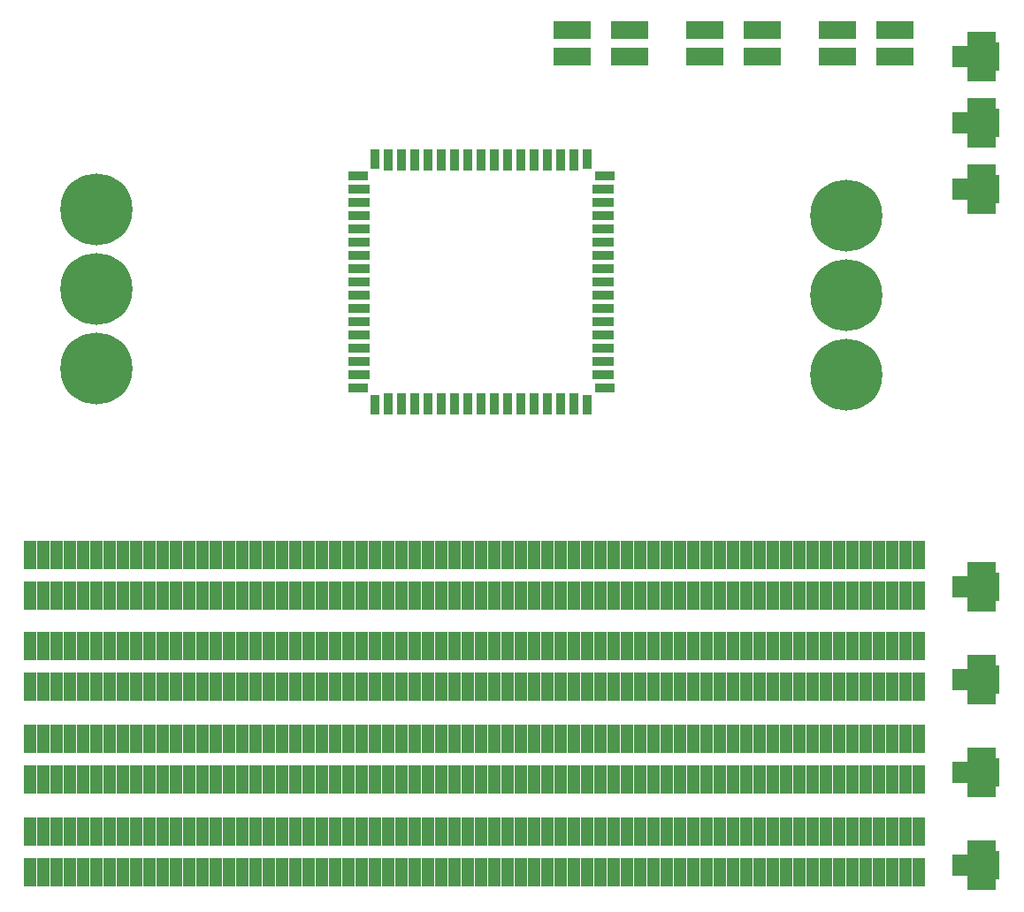
<source format=gbr>
G04 #@! TF.FileFunction,Soldermask,Top*
%FSLAX46Y46*%
G04 Gerber Fmt 4.6, Leading zero omitted, Abs format (unit mm)*
G04 Created by KiCad (PCBNEW 4.0.5) date Monday, February 26, 2018 'PMt' 12:55:55 PM*
%MOMM*%
%LPD*%
G01*
G04 APERTURE LIST*
%ADD10C,0.100000*%
%ADD11C,6.900000*%
%ADD12R,0.840000X1.840000*%
%ADD13R,0.840000X2.050000*%
%ADD14R,1.840000X0.840000*%
%ADD15R,2.050000X0.840000*%
%ADD16R,3.580000X1.670000*%
%ADD17R,2.700000X1.400000*%
%ADD18R,2.100000X2.050000*%
%ADD19R,2.700000X2.700000*%
%ADD20R,1.160000X2.800000*%
G04 APERTURE END LIST*
D10*
D11*
X163830000Y-108585000D03*
X163830000Y-100965000D03*
X163830000Y-93345000D03*
X235585000Y-109220000D03*
X235585000Y-101600000D03*
D12*
X210820000Y-88550000D03*
D13*
X209550000Y-88650000D03*
X208280000Y-88650000D03*
X207010000Y-88650000D03*
X205740000Y-88650000D03*
X204470000Y-88650000D03*
X203200000Y-88650000D03*
X201930000Y-88650000D03*
X200660000Y-88650000D03*
X199390000Y-88650000D03*
X198120000Y-88650000D03*
X196850000Y-88650000D03*
X195580000Y-88650000D03*
X194310000Y-88650000D03*
X193040000Y-88650000D03*
X191770000Y-88650000D03*
D12*
X190500000Y-88550000D03*
D14*
X188880000Y-90170000D03*
D13*
X209550000Y-112010000D03*
X208280000Y-112010000D03*
X207010000Y-112010000D03*
X205740000Y-112010000D03*
X204470000Y-112010000D03*
X203200000Y-112010000D03*
X201930000Y-112010000D03*
X200660000Y-112010000D03*
X199390000Y-112010000D03*
X198120000Y-112010000D03*
X196850000Y-112010000D03*
X195580000Y-112010000D03*
X194310000Y-112010000D03*
X193040000Y-112010000D03*
X191770000Y-112010000D03*
D12*
X190500000Y-112110000D03*
D14*
X212440000Y-90170000D03*
D15*
X212340000Y-91440000D03*
X212340000Y-92710000D03*
X212340000Y-93980000D03*
X212340000Y-95250000D03*
X212340000Y-96520000D03*
X212340000Y-97790000D03*
X212340000Y-99060000D03*
X212340000Y-100330000D03*
X212340000Y-101600000D03*
X212340000Y-102870000D03*
X212340000Y-104140000D03*
X212340000Y-105410000D03*
X212340000Y-106680000D03*
X212340000Y-107950000D03*
X212340000Y-109220000D03*
D14*
X212440000Y-110490000D03*
D15*
X188980000Y-91440000D03*
X188980000Y-92710000D03*
X188980000Y-93980000D03*
X188980000Y-95250000D03*
X188980000Y-96520000D03*
X188980000Y-97790000D03*
X188980000Y-99060000D03*
X188980000Y-100330000D03*
X188980000Y-101600000D03*
X188980000Y-102870000D03*
X188980000Y-104140000D03*
X188980000Y-105410000D03*
X188980000Y-106680000D03*
X188980000Y-107950000D03*
X188980000Y-109220000D03*
D14*
X188880000Y-110490000D03*
D12*
X210820000Y-112110000D03*
D16*
X227520000Y-76200000D03*
X227520000Y-78740000D03*
X222060000Y-76200000D03*
X222060000Y-78740000D03*
X240220000Y-76200000D03*
X240220000Y-78740000D03*
X234760000Y-76200000D03*
X234760000Y-78740000D03*
X214820000Y-76200000D03*
X214820000Y-78740000D03*
X209360000Y-76200000D03*
X209360000Y-78740000D03*
D17*
X248520000Y-131225000D03*
X248520000Y-127855000D03*
D18*
X246790000Y-129540000D03*
D19*
X248920000Y-129540000D03*
D17*
X248520000Y-140115000D03*
X248520000Y-136745000D03*
D18*
X246790000Y-138430000D03*
D19*
X248920000Y-138430000D03*
D17*
X248520000Y-149005000D03*
X248520000Y-145635000D03*
D18*
X246790000Y-147320000D03*
D19*
X248920000Y-147320000D03*
D17*
X248520000Y-157895000D03*
X248520000Y-154525000D03*
D18*
X246790000Y-156210000D03*
D19*
X248920000Y-156210000D03*
D17*
X248520000Y-93125000D03*
X248520000Y-89755000D03*
D18*
X246790000Y-91440000D03*
D19*
X248920000Y-91440000D03*
D17*
X248520000Y-80425000D03*
X248520000Y-77055000D03*
D18*
X246790000Y-78740000D03*
D19*
X248920000Y-78740000D03*
D17*
X248520000Y-86775000D03*
X248520000Y-83405000D03*
D18*
X246790000Y-85090000D03*
D19*
X248920000Y-85090000D03*
D20*
X242570000Y-126462000D03*
X242570000Y-130362000D03*
X241300000Y-126462000D03*
X241300000Y-130362000D03*
X240030000Y-126462000D03*
X240030000Y-130362000D03*
X238760000Y-126462000D03*
X238760000Y-130362000D03*
X237490000Y-126462000D03*
X237490000Y-130362000D03*
X236220000Y-126462000D03*
X236220000Y-130362000D03*
X234950000Y-126462000D03*
X234950000Y-130362000D03*
X233680000Y-126462000D03*
X233680000Y-130362000D03*
X232410000Y-126462000D03*
X232410000Y-130362000D03*
X231140000Y-126462000D03*
X231140000Y-130362000D03*
X229870000Y-126462000D03*
X229870000Y-130362000D03*
X228600000Y-126462000D03*
X228600000Y-130362000D03*
X227330000Y-126462000D03*
X227330000Y-130362000D03*
X226060000Y-126462000D03*
X226060000Y-130362000D03*
X224790000Y-126462000D03*
X224790000Y-130362000D03*
X223520000Y-126462000D03*
X223520000Y-130362000D03*
X222250000Y-126462000D03*
X222250000Y-130362000D03*
X220980000Y-126462000D03*
X220980000Y-130362000D03*
X219710000Y-126462000D03*
X219710000Y-130362000D03*
X218440000Y-126462000D03*
X218440000Y-130362000D03*
X217170000Y-126462000D03*
X217170000Y-130362000D03*
X215900000Y-126462000D03*
X215900000Y-130362000D03*
X214630000Y-126462000D03*
X214630000Y-130362000D03*
X213360000Y-126462000D03*
X213360000Y-130362000D03*
X212090000Y-126462000D03*
X212090000Y-130362000D03*
X210820000Y-126462000D03*
X210820000Y-130362000D03*
X209550000Y-126462000D03*
X209550000Y-130362000D03*
X208280000Y-126462000D03*
X208280000Y-130362000D03*
X207010000Y-126462000D03*
X207010000Y-130362000D03*
X205740000Y-126462000D03*
X205740000Y-130362000D03*
X204470000Y-126462000D03*
X204470000Y-130362000D03*
X203200000Y-126462000D03*
X203200000Y-130362000D03*
X201930000Y-126462000D03*
X201930000Y-130362000D03*
X200660000Y-126462000D03*
X200660000Y-130362000D03*
X199390000Y-126462000D03*
X199390000Y-130362000D03*
X198120000Y-126462000D03*
X198120000Y-130362000D03*
X196850000Y-126462000D03*
X196850000Y-130362000D03*
X195580000Y-126462000D03*
X195580000Y-130362000D03*
X194310000Y-126462000D03*
X194310000Y-130362000D03*
X193040000Y-126462000D03*
X193040000Y-130362000D03*
X191770000Y-126462000D03*
X191770000Y-130362000D03*
X190500000Y-126462000D03*
X190500000Y-130362000D03*
X189230000Y-126462000D03*
X189230000Y-130362000D03*
X187960000Y-126462000D03*
X187960000Y-130362000D03*
X186690000Y-126462000D03*
X186690000Y-130362000D03*
X185420000Y-126462000D03*
X185420000Y-130362000D03*
X184150000Y-126462000D03*
X184150000Y-130362000D03*
X182880000Y-126462000D03*
X182880000Y-130362000D03*
X181610000Y-126462000D03*
X181610000Y-130362000D03*
X180340000Y-126462000D03*
X180340000Y-130362000D03*
X179070000Y-126462000D03*
X179070000Y-130362000D03*
X177800000Y-126462000D03*
X177800000Y-130362000D03*
X176530000Y-126462000D03*
X176530000Y-130362000D03*
X175260000Y-126462000D03*
X175260000Y-130362000D03*
X173990000Y-126462000D03*
X173990000Y-130362000D03*
X172720000Y-126462000D03*
X172720000Y-130362000D03*
X171450000Y-126462000D03*
X171450000Y-130362000D03*
X170180000Y-126462000D03*
X170180000Y-130362000D03*
X168910000Y-126462000D03*
X168910000Y-130362000D03*
X167640000Y-126462000D03*
X167640000Y-130362000D03*
X166370000Y-126462000D03*
X166370000Y-130362000D03*
X165100000Y-126462000D03*
X165100000Y-130362000D03*
X163830000Y-126462000D03*
X163830000Y-130362000D03*
X162560000Y-126462000D03*
X162560000Y-130362000D03*
X161290000Y-126462000D03*
X161290000Y-130362000D03*
X160020000Y-126462000D03*
X160020000Y-130362000D03*
X158750000Y-126462000D03*
X158750000Y-130362000D03*
X157480000Y-126462000D03*
X157480000Y-130362000D03*
X242570000Y-135210000D03*
X242570000Y-139110000D03*
X241300000Y-135210000D03*
X241300000Y-139110000D03*
X240030000Y-135210000D03*
X240030000Y-139110000D03*
X238760000Y-135210000D03*
X238760000Y-139110000D03*
X237490000Y-135210000D03*
X237490000Y-139110000D03*
X236220000Y-135210000D03*
X236220000Y-139110000D03*
X234950000Y-135210000D03*
X234950000Y-139110000D03*
X233680000Y-135210000D03*
X233680000Y-139110000D03*
X232410000Y-135210000D03*
X232410000Y-139110000D03*
X231140000Y-135210000D03*
X231140000Y-139110000D03*
X229870000Y-135210000D03*
X229870000Y-139110000D03*
X228600000Y-135210000D03*
X228600000Y-139110000D03*
X227330000Y-135210000D03*
X227330000Y-139110000D03*
X226060000Y-135210000D03*
X226060000Y-139110000D03*
X224790000Y-135210000D03*
X224790000Y-139110000D03*
X223520000Y-135210000D03*
X223520000Y-139110000D03*
X222250000Y-135210000D03*
X222250000Y-139110000D03*
X220980000Y-135210000D03*
X220980000Y-139110000D03*
X219710000Y-135210000D03*
X219710000Y-139110000D03*
X218440000Y-135210000D03*
X218440000Y-139110000D03*
X217170000Y-135210000D03*
X217170000Y-139110000D03*
X215900000Y-135210000D03*
X215900000Y-139110000D03*
X214630000Y-135210000D03*
X214630000Y-139110000D03*
X213360000Y-135210000D03*
X213360000Y-139110000D03*
X212090000Y-135210000D03*
X212090000Y-139110000D03*
X210820000Y-135210000D03*
X210820000Y-139110000D03*
X209550000Y-135210000D03*
X209550000Y-139110000D03*
X208280000Y-135210000D03*
X208280000Y-139110000D03*
X207010000Y-135210000D03*
X207010000Y-139110000D03*
X205740000Y-135210000D03*
X205740000Y-139110000D03*
X204470000Y-135210000D03*
X204470000Y-139110000D03*
X203200000Y-135210000D03*
X203200000Y-139110000D03*
X201930000Y-135210000D03*
X201930000Y-139110000D03*
X200660000Y-135210000D03*
X200660000Y-139110000D03*
X199390000Y-135210000D03*
X199390000Y-139110000D03*
X198120000Y-135210000D03*
X198120000Y-139110000D03*
X196850000Y-135210000D03*
X196850000Y-139110000D03*
X195580000Y-135210000D03*
X195580000Y-139110000D03*
X194310000Y-135210000D03*
X194310000Y-139110000D03*
X193040000Y-135210000D03*
X193040000Y-139110000D03*
X191770000Y-135210000D03*
X191770000Y-139110000D03*
X190500000Y-135210000D03*
X190500000Y-139110000D03*
X189230000Y-135210000D03*
X189230000Y-139110000D03*
X187960000Y-135210000D03*
X187960000Y-139110000D03*
X186690000Y-135210000D03*
X186690000Y-139110000D03*
X185420000Y-135210000D03*
X185420000Y-139110000D03*
X184150000Y-135210000D03*
X184150000Y-139110000D03*
X182880000Y-135210000D03*
X182880000Y-139110000D03*
X181610000Y-135210000D03*
X181610000Y-139110000D03*
X180340000Y-135210000D03*
X180340000Y-139110000D03*
X179070000Y-135210000D03*
X179070000Y-139110000D03*
X177800000Y-135210000D03*
X177800000Y-139110000D03*
X176530000Y-135210000D03*
X176530000Y-139110000D03*
X175260000Y-135210000D03*
X175260000Y-139110000D03*
X173990000Y-135210000D03*
X173990000Y-139110000D03*
X172720000Y-135210000D03*
X172720000Y-139110000D03*
X171450000Y-135210000D03*
X171450000Y-139110000D03*
X170180000Y-135210000D03*
X170180000Y-139110000D03*
X168910000Y-135210000D03*
X168910000Y-139110000D03*
X167640000Y-135210000D03*
X167640000Y-139110000D03*
X166370000Y-135210000D03*
X166370000Y-139110000D03*
X165100000Y-135210000D03*
X165100000Y-139110000D03*
X163830000Y-135210000D03*
X163830000Y-139110000D03*
X162560000Y-135210000D03*
X162560000Y-139110000D03*
X161290000Y-135210000D03*
X161290000Y-139110000D03*
X160020000Y-135210000D03*
X160020000Y-139110000D03*
X158750000Y-135210000D03*
X158750000Y-139110000D03*
X157480000Y-135210000D03*
X157480000Y-139110000D03*
X242570000Y-144100000D03*
X242570000Y-148000000D03*
X241300000Y-144100000D03*
X241300000Y-148000000D03*
X240030000Y-144100000D03*
X240030000Y-148000000D03*
X238760000Y-144100000D03*
X238760000Y-148000000D03*
X237490000Y-144100000D03*
X237490000Y-148000000D03*
X236220000Y-144100000D03*
X236220000Y-148000000D03*
X234950000Y-144100000D03*
X234950000Y-148000000D03*
X233680000Y-144100000D03*
X233680000Y-148000000D03*
X232410000Y-144100000D03*
X232410000Y-148000000D03*
X231140000Y-144100000D03*
X231140000Y-148000000D03*
X229870000Y-144100000D03*
X229870000Y-148000000D03*
X228600000Y-144100000D03*
X228600000Y-148000000D03*
X227330000Y-144100000D03*
X227330000Y-148000000D03*
X226060000Y-144100000D03*
X226060000Y-148000000D03*
X224790000Y-144100000D03*
X224790000Y-148000000D03*
X223520000Y-144100000D03*
X223520000Y-148000000D03*
X222250000Y-144100000D03*
X222250000Y-148000000D03*
X220980000Y-144100000D03*
X220980000Y-148000000D03*
X219710000Y-144100000D03*
X219710000Y-148000000D03*
X218440000Y-144100000D03*
X218440000Y-148000000D03*
X217170000Y-144100000D03*
X217170000Y-148000000D03*
X215900000Y-144100000D03*
X215900000Y-148000000D03*
X214630000Y-144100000D03*
X214630000Y-148000000D03*
X213360000Y-144100000D03*
X213360000Y-148000000D03*
X212090000Y-144100000D03*
X212090000Y-148000000D03*
X210820000Y-144100000D03*
X210820000Y-148000000D03*
X209550000Y-144100000D03*
X209550000Y-148000000D03*
X208280000Y-144100000D03*
X208280000Y-148000000D03*
X207010000Y-144100000D03*
X207010000Y-148000000D03*
X205740000Y-144100000D03*
X205740000Y-148000000D03*
X204470000Y-144100000D03*
X204470000Y-148000000D03*
X203200000Y-144100000D03*
X203200000Y-148000000D03*
X201930000Y-144100000D03*
X201930000Y-148000000D03*
X200660000Y-144100000D03*
X200660000Y-148000000D03*
X199390000Y-144100000D03*
X199390000Y-148000000D03*
X198120000Y-144100000D03*
X198120000Y-148000000D03*
X196850000Y-144100000D03*
X196850000Y-148000000D03*
X195580000Y-144100000D03*
X195580000Y-148000000D03*
X194310000Y-144100000D03*
X194310000Y-148000000D03*
X193040000Y-144100000D03*
X193040000Y-148000000D03*
X191770000Y-144100000D03*
X191770000Y-148000000D03*
X190500000Y-144100000D03*
X190500000Y-148000000D03*
X189230000Y-144100000D03*
X189230000Y-148000000D03*
X187960000Y-144100000D03*
X187960000Y-148000000D03*
X186690000Y-144100000D03*
X186690000Y-148000000D03*
X185420000Y-144100000D03*
X185420000Y-148000000D03*
X184150000Y-144100000D03*
X184150000Y-148000000D03*
X182880000Y-144100000D03*
X182880000Y-148000000D03*
X181610000Y-144100000D03*
X181610000Y-148000000D03*
X180340000Y-144100000D03*
X180340000Y-148000000D03*
X179070000Y-144100000D03*
X179070000Y-148000000D03*
X177800000Y-144100000D03*
X177800000Y-148000000D03*
X176530000Y-144100000D03*
X176530000Y-148000000D03*
X175260000Y-144100000D03*
X175260000Y-148000000D03*
X173990000Y-144100000D03*
X173990000Y-148000000D03*
X172720000Y-144100000D03*
X172720000Y-148000000D03*
X171450000Y-144100000D03*
X171450000Y-148000000D03*
X170180000Y-144100000D03*
X170180000Y-148000000D03*
X168910000Y-144100000D03*
X168910000Y-148000000D03*
X167640000Y-144100000D03*
X167640000Y-148000000D03*
X166370000Y-144100000D03*
X166370000Y-148000000D03*
X165100000Y-144100000D03*
X165100000Y-148000000D03*
X163830000Y-144100000D03*
X163830000Y-148000000D03*
X162560000Y-144100000D03*
X162560000Y-148000000D03*
X161290000Y-144100000D03*
X161290000Y-148000000D03*
X160020000Y-144100000D03*
X160020000Y-148000000D03*
X158750000Y-144100000D03*
X158750000Y-148000000D03*
X157480000Y-144100000D03*
X157480000Y-148000000D03*
X242570000Y-152990000D03*
X242570000Y-156890000D03*
X241300000Y-152990000D03*
X241300000Y-156890000D03*
X240030000Y-152990000D03*
X240030000Y-156890000D03*
X238760000Y-152990000D03*
X238760000Y-156890000D03*
X237490000Y-152990000D03*
X237490000Y-156890000D03*
X236220000Y-152990000D03*
X236220000Y-156890000D03*
X234950000Y-152990000D03*
X234950000Y-156890000D03*
X233680000Y-152990000D03*
X233680000Y-156890000D03*
X232410000Y-152990000D03*
X232410000Y-156890000D03*
X231140000Y-152990000D03*
X231140000Y-156890000D03*
X229870000Y-152990000D03*
X229870000Y-156890000D03*
X228600000Y-152990000D03*
X228600000Y-156890000D03*
X227330000Y-152990000D03*
X227330000Y-156890000D03*
X226060000Y-152990000D03*
X226060000Y-156890000D03*
X224790000Y-152990000D03*
X224790000Y-156890000D03*
X223520000Y-152990000D03*
X223520000Y-156890000D03*
X222250000Y-152990000D03*
X222250000Y-156890000D03*
X220980000Y-152990000D03*
X220980000Y-156890000D03*
X219710000Y-152990000D03*
X219710000Y-156890000D03*
X218440000Y-152990000D03*
X218440000Y-156890000D03*
X217170000Y-152990000D03*
X217170000Y-156890000D03*
X215900000Y-152990000D03*
X215900000Y-156890000D03*
X214630000Y-152990000D03*
X214630000Y-156890000D03*
X213360000Y-152990000D03*
X213360000Y-156890000D03*
X212090000Y-152990000D03*
X212090000Y-156890000D03*
X210820000Y-152990000D03*
X210820000Y-156890000D03*
X209550000Y-152990000D03*
X209550000Y-156890000D03*
X208280000Y-152990000D03*
X208280000Y-156890000D03*
X207010000Y-152990000D03*
X207010000Y-156890000D03*
X205740000Y-152990000D03*
X205740000Y-156890000D03*
X204470000Y-152990000D03*
X204470000Y-156890000D03*
X203200000Y-152990000D03*
X203200000Y-156890000D03*
X201930000Y-152990000D03*
X201930000Y-156890000D03*
X200660000Y-152990000D03*
X200660000Y-156890000D03*
X199390000Y-152990000D03*
X199390000Y-156890000D03*
X198120000Y-152990000D03*
X198120000Y-156890000D03*
X196850000Y-152990000D03*
X196850000Y-156890000D03*
X195580000Y-152990000D03*
X195580000Y-156890000D03*
X194310000Y-152990000D03*
X194310000Y-156890000D03*
X193040000Y-152990000D03*
X193040000Y-156890000D03*
X191770000Y-152990000D03*
X191770000Y-156890000D03*
X190500000Y-152990000D03*
X190500000Y-156890000D03*
X189230000Y-152990000D03*
X189230000Y-156890000D03*
X187960000Y-152990000D03*
X187960000Y-156890000D03*
X186690000Y-152990000D03*
X186690000Y-156890000D03*
X185420000Y-152990000D03*
X185420000Y-156890000D03*
X184150000Y-152990000D03*
X184150000Y-156890000D03*
X182880000Y-152990000D03*
X182880000Y-156890000D03*
X181610000Y-152990000D03*
X181610000Y-156890000D03*
X180340000Y-152990000D03*
X180340000Y-156890000D03*
X179070000Y-152990000D03*
X179070000Y-156890000D03*
X177800000Y-152990000D03*
X177800000Y-156890000D03*
X176530000Y-152990000D03*
X176530000Y-156890000D03*
X175260000Y-152990000D03*
X175260000Y-156890000D03*
X173990000Y-152990000D03*
X173990000Y-156890000D03*
X172720000Y-152990000D03*
X172720000Y-156890000D03*
X171450000Y-152990000D03*
X171450000Y-156890000D03*
X170180000Y-152990000D03*
X170180000Y-156890000D03*
X168910000Y-152990000D03*
X168910000Y-156890000D03*
X167640000Y-152990000D03*
X167640000Y-156890000D03*
X166370000Y-152990000D03*
X166370000Y-156890000D03*
X165100000Y-152990000D03*
X165100000Y-156890000D03*
X163830000Y-152990000D03*
X163830000Y-156890000D03*
X162560000Y-152990000D03*
X162560000Y-156890000D03*
X161290000Y-152990000D03*
X161290000Y-156890000D03*
X160020000Y-152990000D03*
X160020000Y-156890000D03*
X158750000Y-152990000D03*
X158750000Y-156890000D03*
X157480000Y-152990000D03*
X157480000Y-156890000D03*
D11*
X235585000Y-93980000D03*
M02*

</source>
